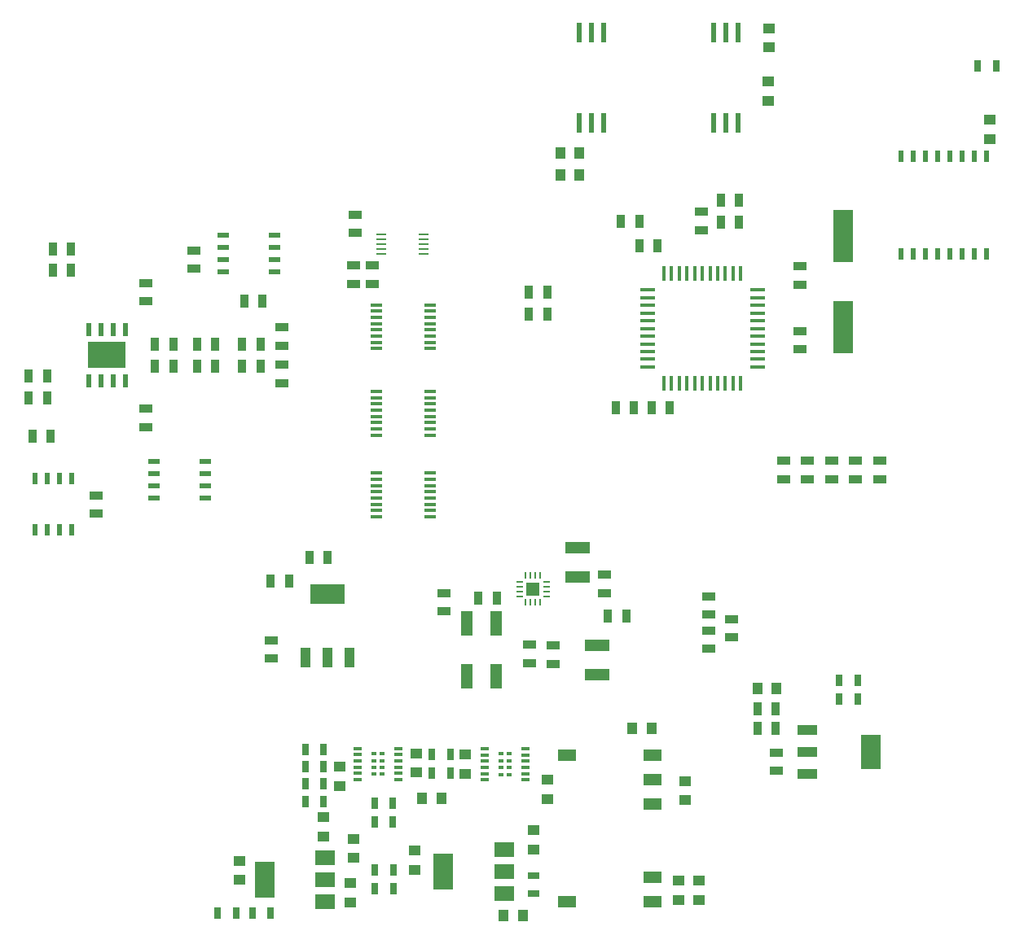
<source format=gtp>
G04 #@! TF.FileFunction,Paste,Top*
%FSLAX46Y46*%
G04 Gerber Fmt 4.6, Leading zero omitted, Abs format (unit mm)*
G04 Created by KiCad (PCBNEW 4.0.4+e1-6308~48~ubuntu15.10.1-stable) date Tue Jun 20 15:03:40 2017*
%MOMM*%
%LPD*%
G01*
G04 APERTURE LIST*
%ADD10C,0.150000*%
%ADD11R,1.250000X1.000000*%
%ADD12R,1.000000X1.250000*%
%ADD13R,0.700000X1.300000*%
%ADD14R,0.889000X1.397000*%
%ADD15R,1.397000X0.889000*%
%ADD16R,0.701040X0.248920*%
%ADD17R,0.248920X0.701040*%
%ADD18R,1.450340X1.450340*%
%ADD19R,2.540000X1.270000*%
%ADD20R,1.270000X2.540000*%
%ADD21R,1.143000X0.508000*%
%ADD22R,1.000760X0.269240*%
%ADD23R,0.508000X1.143000*%
%ADD24R,2.032000X3.657600*%
%ADD25R,2.032000X1.016000*%
%ADD26R,0.406400X1.524000*%
%ADD27R,1.524000X0.406400*%
%ADD28R,3.657600X2.032000*%
%ADD29R,1.016000X2.032000*%
%ADD30R,0.599440X1.399540*%
%ADD31R,4.000500X2.799080*%
%ADD32R,1.998980X5.499100*%
%ADD33R,1.150620X0.431800*%
%ADD34R,0.600000X2.000000*%
%ADD35R,1.300000X0.700000*%
%ADD36R,0.890000X0.420000*%
%ADD37R,0.495000X0.427500*%
%ADD38R,1.900000X1.200000*%
%ADD39R,2.000000X3.800000*%
%ADD40R,2.000000X1.500000*%
G04 APERTURE END LIST*
D10*
D11*
X184962800Y-140369800D03*
X184962800Y-138369800D03*
D12*
X193050000Y-118400000D03*
X191050000Y-118400000D03*
D13*
X136850000Y-141775000D03*
X134950000Y-141775000D03*
D12*
X164650000Y-142000000D03*
X166650000Y-142000000D03*
D11*
X148725000Y-140650000D03*
X148725000Y-138650000D03*
D14*
X162052000Y-108993940D03*
X163957000Y-108993940D03*
D15*
X175158400Y-106540300D03*
X175158400Y-108445300D03*
D16*
X169108120Y-108790740D03*
X169108120Y-108290360D03*
X169108120Y-107292140D03*
X169108120Y-107792520D03*
D17*
X167459660Y-106641900D03*
X166959280Y-106641900D03*
X167957500Y-106641900D03*
X168457880Y-106641900D03*
X166959280Y-109440980D03*
X167459660Y-109440980D03*
X168457880Y-109440980D03*
X167957500Y-109440980D03*
D16*
X166309040Y-108290360D03*
X166309040Y-108790740D03*
X166309040Y-107792520D03*
X166309040Y-107292140D03*
D18*
X167708580Y-108041440D03*
D19*
X174417600Y-113898000D03*
X174417600Y-116946000D03*
D20*
X160832800Y-117142260D03*
X163880800Y-117142260D03*
D14*
X181960100Y-89142000D03*
X180055100Y-89142000D03*
X176305100Y-89142000D03*
X178210100Y-89142000D03*
D15*
X185206640Y-70693280D03*
X185206640Y-68788280D03*
D14*
X117210100Y-85892000D03*
X115305100Y-85892000D03*
X117210100Y-88142000D03*
X115305100Y-88142000D03*
X119710100Y-74892000D03*
X117805100Y-74892000D03*
X119710100Y-72642000D03*
X117805100Y-72642000D03*
D15*
X127507600Y-89289500D03*
X127507600Y-91194500D03*
X127508000Y-78094840D03*
X127508000Y-76189840D03*
X149057360Y-74388980D03*
X149057360Y-76293980D03*
X151008080Y-74388980D03*
X151008080Y-76293980D03*
D14*
X169210100Y-79392000D03*
X167305100Y-79392000D03*
X169210100Y-77142000D03*
X167305100Y-77142000D03*
D21*
X140822680Y-71236840D03*
X135488680Y-71236840D03*
X140822680Y-72506840D03*
X140822680Y-73776840D03*
X140822680Y-75046840D03*
X135488680Y-72506840D03*
X135488680Y-73776840D03*
X135488680Y-75046840D03*
D15*
X141658340Y-82692240D03*
X141658340Y-80787240D03*
X132455920Y-72788780D03*
X132455920Y-74693780D03*
D22*
X151935180Y-71125080D03*
X151935180Y-71633080D03*
X151935180Y-72141080D03*
X151935180Y-72649080D03*
X151935180Y-73157080D03*
X156380180Y-73157080D03*
X156380180Y-72649080D03*
X156380180Y-72141080D03*
X156380180Y-71633080D03*
X156380180Y-71125080D03*
D15*
X141658340Y-84688680D03*
X141658340Y-86593680D03*
D14*
X137703560Y-78041500D03*
X139608560Y-78041500D03*
D15*
X122356880Y-98287840D03*
X122356880Y-100192840D03*
D21*
X128341120Y-98546920D03*
X133675120Y-98546920D03*
X128341120Y-97276920D03*
X128341120Y-96006920D03*
X128341120Y-94736920D03*
X133675120Y-97276920D03*
X133675120Y-96006920D03*
X133675120Y-94736920D03*
D23*
X214866600Y-63042800D03*
X213596600Y-63042800D03*
X212326600Y-63042800D03*
X211056600Y-63042800D03*
X209786600Y-63042800D03*
X208516600Y-63042800D03*
X207246600Y-63042800D03*
X205976600Y-63042800D03*
X205976600Y-73202800D03*
X207246600Y-73202800D03*
X208516600Y-73202800D03*
X209786600Y-73202800D03*
X211056600Y-73202800D03*
X212326600Y-73202800D03*
X213596600Y-73202800D03*
X214866600Y-73202800D03*
D14*
X192952500Y-120500000D03*
X191047500Y-120500000D03*
X178755040Y-72341740D03*
X180660040Y-72341740D03*
X187253880Y-69842380D03*
X189158880Y-69842380D03*
X178760120Y-69740780D03*
X176855120Y-69740780D03*
X187253880Y-67541140D03*
X189158880Y-67541140D03*
X137505440Y-84841080D03*
X139410440Y-84841080D03*
D19*
X172364400Y-106781600D03*
X172364400Y-103733600D03*
D20*
X163923980Y-111589820D03*
X160875980Y-111589820D03*
D15*
X195507600Y-74439500D03*
X195507600Y-76344500D03*
X195507600Y-83094500D03*
X195507600Y-81189500D03*
X193000000Y-126952500D03*
X193000000Y-125047500D03*
D14*
X177431700Y-110810040D03*
X175526700Y-110810040D03*
D15*
X169778680Y-113908840D03*
X169778680Y-115813840D03*
X167396160Y-113837720D03*
X167396160Y-115742720D03*
D14*
X115704620Y-92141040D03*
X117609620Y-92141040D03*
D15*
X193757600Y-94689500D03*
X193757600Y-96594500D03*
X196257600Y-94689500D03*
X196257600Y-96594500D03*
X198757600Y-94689500D03*
X198757600Y-96594500D03*
X201257600Y-94689500D03*
X201257600Y-96594500D03*
X203757600Y-94689500D03*
X203757600Y-96594500D03*
D14*
X192952500Y-122500000D03*
X191047500Y-122500000D03*
D24*
X202802000Y-125000000D03*
D25*
X196198000Y-125000000D03*
X196198000Y-127286000D03*
X196198000Y-122714000D03*
D26*
X185320940Y-75209400D03*
X184520840Y-75209400D03*
X183720740Y-75209400D03*
X182920640Y-75209400D03*
X182120540Y-75209400D03*
X181320440Y-75209400D03*
X186121040Y-75209400D03*
X186921140Y-75209400D03*
X187721240Y-75209400D03*
X188521340Y-75209400D03*
X189321440Y-75209400D03*
X185320940Y-86639400D03*
X184520840Y-86639400D03*
X183720740Y-86639400D03*
X182920640Y-86639400D03*
X182120540Y-86639400D03*
X181320440Y-86639400D03*
X186121040Y-86639400D03*
X186921140Y-86639400D03*
X187721240Y-86639400D03*
X188521340Y-86639400D03*
X189321440Y-86639400D03*
D27*
X179605940Y-80924400D03*
X191035940Y-80924400D03*
X179605940Y-81724500D03*
X191035940Y-81724500D03*
X191035940Y-82524600D03*
X179605940Y-82524600D03*
X179605940Y-83324700D03*
X191035940Y-83324700D03*
X191035940Y-84124800D03*
X179605940Y-84124800D03*
X179605940Y-84924900D03*
X191035940Y-84924900D03*
X191035940Y-80124300D03*
X179605940Y-80124300D03*
X179605940Y-79324200D03*
X191035940Y-79324200D03*
X191035940Y-78524100D03*
X179605940Y-78524100D03*
X179605940Y-77724000D03*
X191035940Y-77724000D03*
X191035940Y-76923900D03*
X179605940Y-76923900D03*
D14*
X146390360Y-104775000D03*
X144485360Y-104775000D03*
D15*
X140484860Y-115252500D03*
X140484860Y-113347500D03*
D14*
X140455100Y-107242000D03*
X142360100Y-107242000D03*
X130360420Y-84841080D03*
X128455420Y-84841080D03*
X128455420Y-82542380D03*
X130360420Y-82542380D03*
X139410440Y-82539840D03*
X137505440Y-82539840D03*
D23*
X115953540Y-96573340D03*
X115953540Y-101907340D03*
X117223540Y-96573340D03*
X118493540Y-96573340D03*
X119763540Y-96573340D03*
X117223540Y-101907340D03*
X118493540Y-101907340D03*
X119763540Y-101907340D03*
D28*
X146326860Y-108585000D03*
D29*
X146326860Y-115189000D03*
X148612860Y-115189000D03*
X144040860Y-115189000D03*
D14*
X132803900Y-82539840D03*
X134708900Y-82539840D03*
X132803900Y-84841080D03*
X134708900Y-84841080D03*
D15*
X158507600Y-110344500D03*
X158507600Y-108439500D03*
X188315600Y-111163100D03*
X188315600Y-113068100D03*
D30*
X125361700Y-86360000D03*
X125361700Y-81026000D03*
X124091700Y-86360000D03*
X122821700Y-86360000D03*
X121551700Y-86360000D03*
X124091700Y-81026000D03*
X122821700Y-81026000D03*
X121551700Y-81026000D03*
D31*
X123456700Y-83693000D03*
D15*
X185978800Y-108775500D03*
X185978800Y-110680500D03*
D32*
X199957600Y-71262200D03*
X199957600Y-80761800D03*
D33*
X151462740Y-95981520D03*
X151462740Y-96616520D03*
X151462740Y-97276920D03*
X151462740Y-97911920D03*
X151462740Y-98572320D03*
X151462740Y-99220020D03*
X151462740Y-99867720D03*
X151462740Y-100515420D03*
X157050740Y-100515420D03*
X157050740Y-99867720D03*
X157050740Y-99220020D03*
X157050740Y-98572320D03*
X157050740Y-97911920D03*
X157050740Y-97264220D03*
X157050740Y-96616520D03*
X157050740Y-95968820D03*
X151462740Y-87480140D03*
X151462740Y-88115140D03*
X151462740Y-88775540D03*
X151462740Y-89410540D03*
X151462740Y-90070940D03*
X151462740Y-90718640D03*
X151462740Y-91366340D03*
X151462740Y-92014040D03*
X157050740Y-92014040D03*
X157050740Y-91366340D03*
X157050740Y-90718640D03*
X157050740Y-90070940D03*
X157050740Y-89410540D03*
X157050740Y-88762840D03*
X157050740Y-88115140D03*
X157050740Y-87467440D03*
X151462740Y-78480920D03*
X151462740Y-79115920D03*
X151462740Y-79776320D03*
X151462740Y-80411320D03*
X151462740Y-81071720D03*
X151462740Y-81719420D03*
X151462740Y-82367120D03*
X151462740Y-83014820D03*
X157050740Y-83014820D03*
X157050740Y-82367120D03*
X157050740Y-81719420D03*
X157050740Y-81071720D03*
X157050740Y-80411320D03*
X157050740Y-79763620D03*
X157050740Y-79115920D03*
X157050740Y-78468220D03*
D15*
X185978800Y-112331500D03*
X185978800Y-114236500D03*
X149207600Y-70994500D03*
X149207600Y-69089500D03*
D13*
X201450000Y-117500000D03*
X199550000Y-117500000D03*
X201450000Y-119500000D03*
X199550000Y-119500000D03*
D11*
X192176400Y-57235600D03*
X192176400Y-55235600D03*
D12*
X172551600Y-62636400D03*
X170551600Y-62636400D03*
D11*
X192227200Y-51698400D03*
X192227200Y-49698400D03*
D12*
X172551600Y-64922400D03*
X170551600Y-64922400D03*
D34*
X172542200Y-59513200D03*
X173812200Y-59513200D03*
X175082200Y-59513200D03*
X186512200Y-59513200D03*
X187782200Y-59513200D03*
X189052200Y-59513200D03*
X189052200Y-50113200D03*
X187782200Y-50113200D03*
X186512200Y-50113200D03*
X175082200Y-50113200D03*
X173812200Y-50113200D03*
X172542200Y-50113200D03*
D11*
X215188800Y-59198000D03*
X215188800Y-61198000D03*
X155550000Y-127110000D03*
X155550000Y-125110000D03*
X182854600Y-140369800D03*
X182854600Y-138369800D03*
X145905000Y-131785000D03*
X145905000Y-133785000D03*
X147630000Y-126510000D03*
X147630000Y-128510000D03*
X167750000Y-135150000D03*
X167750000Y-133150000D03*
X155450000Y-137250000D03*
X155450000Y-135250000D03*
X183550000Y-128000000D03*
X183550000Y-130000000D03*
D12*
X180050000Y-122500000D03*
X178050000Y-122500000D03*
D11*
X149100000Y-136000000D03*
X149100000Y-134000000D03*
X137225000Y-138300000D03*
X137225000Y-136300000D03*
D13*
X145955000Y-124710000D03*
X144055000Y-124710000D03*
X144055000Y-126510000D03*
X145955000Y-126510000D03*
X145955000Y-128310000D03*
X144055000Y-128310000D03*
X144055000Y-130110000D03*
X145955000Y-130110000D03*
D35*
X167750000Y-139725000D03*
X167750000Y-137825000D03*
D13*
X151300000Y-137250000D03*
X153200000Y-137250000D03*
X153200000Y-139200000D03*
X151300000Y-139200000D03*
X140450000Y-141775000D03*
X138550000Y-141775000D03*
D36*
X153735000Y-127860000D03*
X153735000Y-127210000D03*
X153735000Y-126560000D03*
X153735000Y-125910000D03*
X153735000Y-125260000D03*
X153735000Y-124610000D03*
X149525000Y-124610000D03*
X149525000Y-125260000D03*
X149525000Y-125910000D03*
X149525000Y-126560000D03*
X149525000Y-127210000D03*
X149525000Y-127860000D03*
D37*
X151217500Y-125166250D03*
X151217500Y-125878750D03*
X151217500Y-126591250D03*
X151217500Y-127303750D03*
X152042500Y-125166250D03*
X152042500Y-125878750D03*
X152042500Y-126591250D03*
X152042500Y-127303750D03*
D38*
X180125000Y-140520000D03*
X180125000Y-137980000D03*
X180125000Y-130360000D03*
X180125000Y-127820000D03*
X180125000Y-125280000D03*
X171225000Y-125280000D03*
X171225000Y-140520000D03*
D39*
X158425000Y-137425000D03*
D40*
X164725000Y-137425000D03*
X164725000Y-135125000D03*
X164725000Y-139725000D03*
D39*
X139850000Y-138300000D03*
D40*
X146150000Y-138300000D03*
X146150000Y-136000000D03*
X146150000Y-140600000D03*
D13*
X215850000Y-53620000D03*
X213950000Y-53620000D03*
D11*
X169260000Y-127880000D03*
X169260000Y-129880000D03*
D12*
X158200000Y-129770000D03*
X156200000Y-129770000D03*
D11*
X160670000Y-125250000D03*
X160670000Y-127250000D03*
D13*
X157220000Y-125230000D03*
X159120000Y-125230000D03*
X159140000Y-127200000D03*
X157240000Y-127200000D03*
D36*
X166895000Y-127885000D03*
X166895000Y-127235000D03*
X166895000Y-126585000D03*
X166895000Y-125935000D03*
X166895000Y-125285000D03*
X166895000Y-124635000D03*
X162685000Y-124635000D03*
X162685000Y-125285000D03*
X162685000Y-125935000D03*
X162685000Y-126585000D03*
X162685000Y-127235000D03*
X162685000Y-127885000D03*
D37*
X164377500Y-125191250D03*
X164377500Y-125903750D03*
X164377500Y-126616250D03*
X164377500Y-127328750D03*
X165202500Y-125191250D03*
X165202500Y-125903750D03*
X165202500Y-126616250D03*
X165202500Y-127328750D03*
D13*
X151250000Y-130320000D03*
X153150000Y-130320000D03*
X151250000Y-132290000D03*
X153150000Y-132290000D03*
M02*

</source>
